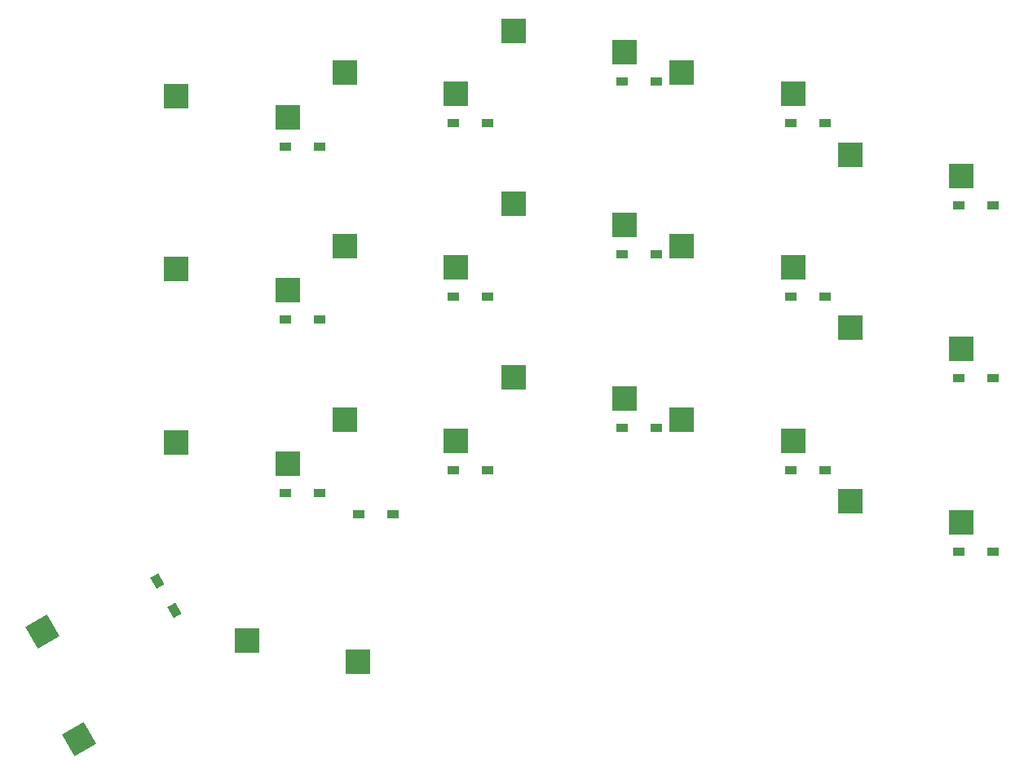
<source format=gbp>
%TF.GenerationSoftware,KiCad,Pcbnew,7.0.5-0*%
%TF.CreationDate,2023-08-21T14:14:49+01:00*%
%TF.ProjectId,draenog-34,64726165-6e6f-4672-9d33-342e6b696361,rev?*%
%TF.SameCoordinates,Original*%
%TF.FileFunction,Paste,Bot*%
%TF.FilePolarity,Positive*%
%FSLAX46Y46*%
G04 Gerber Fmt 4.6, Leading zero omitted, Abs format (unit mm)*
G04 Created by KiCad (PCBNEW 7.0.5-0) date 2023-08-21 14:14:49*
%MOMM*%
%LPD*%
G01*
G04 APERTURE LIST*
G04 Aperture macros list*
%AMRotRect*
0 Rectangle, with rotation*
0 The origin of the aperture is its center*
0 $1 length*
0 $2 width*
0 $3 Rotation angle, in degrees counterclockwise*
0 Add horizontal line*
21,1,$1,$2,0,0,$3*%
G04 Aperture macros list end*
%ADD10RotRect,2.600000X2.600000X300.000000*%
%ADD11R,1.300000X0.950000*%
%ADD12R,2.600000X2.600000*%
%ADD13RotRect,1.300000X0.950000X300.000000*%
G04 APERTURE END LIST*
D10*
%TO.C,SW4*%
X101980898Y-103912179D03*
X98111154Y-92809586D03*
%TD*%
D11*
%TO.C,D9*%
X158342000Y-35580000D03*
X161892000Y-35580000D03*
%TD*%
D12*
%TO.C,SW_R2_C2*%
X158592000Y-68530000D03*
X147042000Y-66330000D03*
%TD*%
%TO.C,SW_R2_C0*%
X193592000Y-81420000D03*
X182042000Y-79220000D03*
%TD*%
%TO.C,SW_R2_C3*%
X141092000Y-72920000D03*
X129542000Y-70720000D03*
%TD*%
D11*
%TO.C,D5*%
X140842000Y-39970000D03*
X144392000Y-39970000D03*
%TD*%
D12*
%TO.C,SW_R1_C1*%
X176092000Y-54920000D03*
X164542000Y-52720000D03*
%TD*%
D11*
%TO.C,D8*%
X131025000Y-80600000D03*
X134575000Y-80600000D03*
%TD*%
D12*
%TO.C,SW_R0_C4*%
X123592000Y-39320000D03*
X112042000Y-37120000D03*
%TD*%
%TO.C,SW_R0_C0*%
X193592000Y-45420000D03*
X182042000Y-43220000D03*
%TD*%
%TO.C,SW_R1_C2*%
X158592000Y-50530000D03*
X147042000Y-48330000D03*
%TD*%
%TO.C,SW_R0_C1*%
X176092000Y-36920000D03*
X164542000Y-34720000D03*
%TD*%
%TO.C,SW_R1_C0*%
X193592000Y-63420000D03*
X182042000Y-61220000D03*
%TD*%
%TO.C,SW_R2_C4*%
X123592000Y-75320000D03*
X112042000Y-73120000D03*
%TD*%
%TO.C,SW_R1_C4*%
X123592000Y-57320000D03*
X112042000Y-55120000D03*
%TD*%
D13*
%TO.C,D4*%
X110087500Y-87533863D03*
X111862500Y-90608253D03*
%TD*%
D11*
%TO.C,D16*%
X193342000Y-66470000D03*
X196892000Y-66470000D03*
%TD*%
%TO.C,D6*%
X140842000Y-57970000D03*
X144392000Y-57970000D03*
%TD*%
D12*
%TO.C,SW_R0_C3*%
X141092000Y-36920000D03*
X129542000Y-34720000D03*
%TD*%
D11*
%TO.C,D1*%
X123342000Y-42370000D03*
X126892000Y-42370000D03*
%TD*%
%TO.C,D13*%
X175842000Y-57970000D03*
X179392000Y-57970000D03*
%TD*%
D12*
%TO.C,SW_R0_C2*%
X158592000Y-32530000D03*
X147042000Y-30330000D03*
%TD*%
%TO.C,SW_R2_C1*%
X176092000Y-72920000D03*
X164542000Y-70720000D03*
%TD*%
D11*
%TO.C,D17*%
X193342000Y-84470000D03*
X196892000Y-84470000D03*
%TD*%
%TO.C,D14*%
X175842000Y-75970000D03*
X179392000Y-75970000D03*
%TD*%
%TO.C,D15*%
X193342000Y-48470000D03*
X196892000Y-48470000D03*
%TD*%
%TO.C,D10*%
X158342000Y-53580000D03*
X161892000Y-53580000D03*
%TD*%
%TO.C,D12*%
X175842000Y-39970000D03*
X179392000Y-39970000D03*
%TD*%
%TO.C,D2*%
X123342000Y-60370000D03*
X126892000Y-60370000D03*
%TD*%
D12*
%TO.C,SW8*%
X119360000Y-93685000D03*
X130910000Y-95885000D03*
%TD*%
%TO.C,SW_R1_C3*%
X141092000Y-54920000D03*
X129542000Y-52720000D03*
%TD*%
D11*
%TO.C,D3*%
X123342000Y-78370000D03*
X126892000Y-78370000D03*
%TD*%
%TO.C,D11*%
X158342000Y-71580000D03*
X161892000Y-71580000D03*
%TD*%
%TO.C,D7*%
X140842000Y-75970000D03*
X144392000Y-75970000D03*
%TD*%
M02*

</source>
